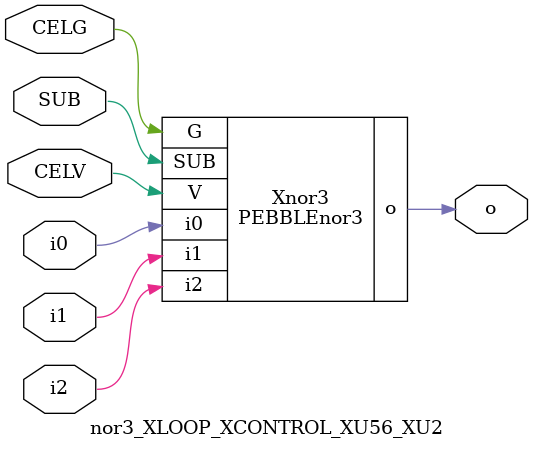
<source format=v>



module PEBBLEnor3 ( o, G, SUB, V, i0, i1, i2 );

  input i0;
  input V;
  input i2;
  input i1;
  input G;
  output o;
  input SUB;
endmodule

//Celera Confidential Do Not Copy nor3_XLOOP_XCONTROL_XU56_XU2
//Celera Confidential Symbol Generator
//NOR3
module nor3_XLOOP_XCONTROL_XU56_XU2 (CELV,CELG,i0,i1,i2,o,SUB);
input CELV;
input CELG;
input i0;
input i1;
input i2;
input SUB;
output o;

//Celera Confidential Do Not Copy nor3
PEBBLEnor3 Xnor3(
.V (CELV),
.i0 (i0),
.i1 (i1),
.i2 (i2),
.o (o),
.SUB (SUB),
.G (CELG)
);
//,diesize,PEBBLEnor3

//Celera Confidential Do Not Copy Module End
//Celera Schematic Generator
endmodule

</source>
